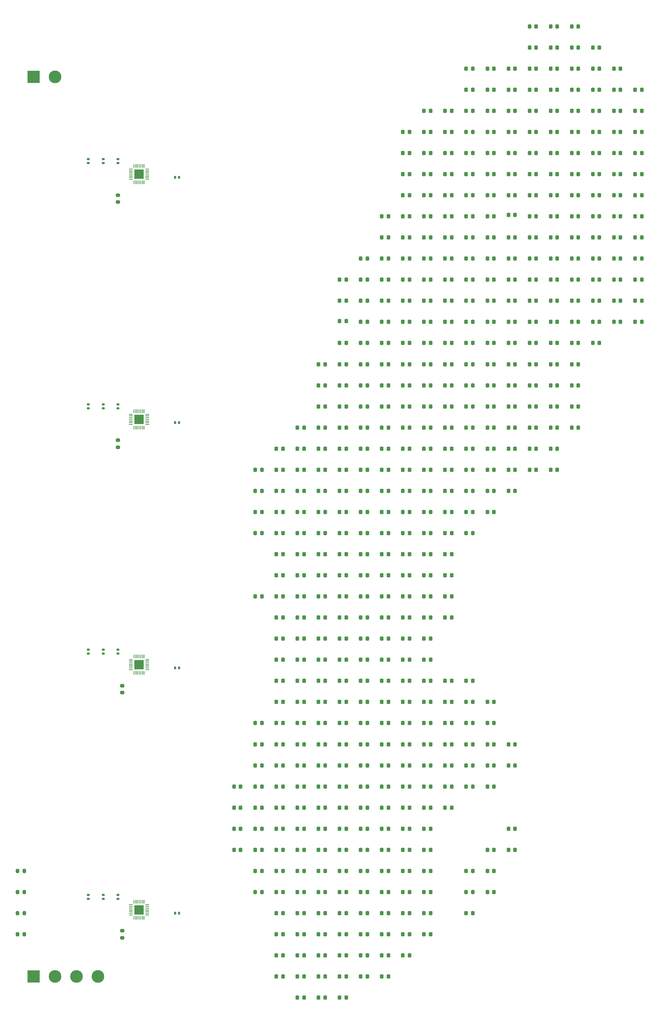
<source format=gts>
G04 #@! TF.GenerationSoftware,KiCad,Pcbnew,7.0.9*
G04 #@! TF.CreationDate,2025-01-02T12:42:29+01:00*
G04 #@! TF.ProjectId,lightning-map,6c696768-746e-4696-9e67-2d6d61702e6b,rev?*
G04 #@! TF.SameCoordinates,Original*
G04 #@! TF.FileFunction,Soldermask,Top*
G04 #@! TF.FilePolarity,Negative*
%FSLAX46Y46*%
G04 Gerber Fmt 4.6, Leading zero omitted, Abs format (unit mm)*
G04 Created by KiCad (PCBNEW 7.0.9) date 2025-01-02 12:42:29*
%MOMM*%
%LPD*%
G01*
G04 APERTURE LIST*
G04 Aperture macros list*
%AMRoundRect*
0 Rectangle with rounded corners*
0 $1 Rounding radius*
0 $2 $3 $4 $5 $6 $7 $8 $9 X,Y pos of 4 corners*
0 Add a 4 corners polygon primitive as box body*
4,1,4,$2,$3,$4,$5,$6,$7,$8,$9,$2,$3,0*
0 Add four circle primitives for the rounded corners*
1,1,$1+$1,$2,$3*
1,1,$1+$1,$4,$5*
1,1,$1+$1,$6,$7*
1,1,$1+$1,$8,$9*
0 Add four rect primitives between the rounded corners*
20,1,$1+$1,$2,$3,$4,$5,0*
20,1,$1+$1,$4,$5,$6,$7,0*
20,1,$1+$1,$6,$7,$8,$9,0*
20,1,$1+$1,$8,$9,$2,$3,0*%
G04 Aperture macros list end*
%ADD10RoundRect,0.218750X-0.218750X-0.256250X0.218750X-0.256250X0.218750X0.256250X-0.218750X0.256250X0*%
%ADD11RoundRect,0.140000X-0.140000X-0.170000X0.140000X-0.170000X0.140000X0.170000X-0.140000X0.170000X0*%
%ADD12R,3.000000X3.000000*%
%ADD13C,3.000000*%
%ADD14RoundRect,0.200000X-0.200000X-0.275000X0.200000X-0.275000X0.200000X0.275000X-0.200000X0.275000X0*%
%ADD15RoundRect,0.200000X0.275000X-0.200000X0.275000X0.200000X-0.275000X0.200000X-0.275000X-0.200000X0*%
%ADD16RoundRect,0.140000X-0.170000X0.140000X-0.170000X-0.140000X0.170000X-0.140000X0.170000X0.140000X0*%
%ADD17RoundRect,0.050000X-0.362500X-0.050000X0.362500X-0.050000X0.362500X0.050000X-0.362500X0.050000X0*%
%ADD18RoundRect,0.050000X-0.050000X-0.362500X0.050000X-0.362500X0.050000X0.362500X-0.050000X0.362500X0*%
%ADD19R,2.300000X2.300000*%
%ADD20RoundRect,0.200000X0.200000X0.275000X-0.200000X0.275000X-0.200000X-0.275000X0.200000X-0.275000X0*%
G04 APERTURE END LIST*
D10*
X337500000Y-145000000D03*
X339075000Y-145000000D03*
X312500000Y-175000000D03*
X314075000Y-175000000D03*
X287500000Y-255000000D03*
X289075000Y-255000000D03*
X307500000Y-155000000D03*
X309075000Y-155000000D03*
X362500000Y-140000000D03*
X364075000Y-140000000D03*
X317500000Y-130000000D03*
X319075000Y-130000000D03*
X332500000Y-300000000D03*
X334075000Y-300000000D03*
D11*
X258520000Y-246950000D03*
X259480000Y-246950000D03*
D10*
X302500000Y-285000000D03*
X304075000Y-285000000D03*
X297500000Y-155000000D03*
X299075000Y-155000000D03*
X307500000Y-265000000D03*
X309075000Y-265000000D03*
X322500000Y-265000000D03*
X324075000Y-265000000D03*
X322500000Y-130000000D03*
X324075000Y-130000000D03*
X297500000Y-280000000D03*
X299075000Y-280000000D03*
X292500000Y-290000000D03*
X294075000Y-290000000D03*
X282500000Y-285000000D03*
X284075000Y-285000000D03*
X332500000Y-205000000D03*
X334075000Y-205000000D03*
X297500000Y-250000000D03*
X299075000Y-250000000D03*
X292500000Y-305000000D03*
X294075000Y-305000000D03*
X337500000Y-290000000D03*
X339075000Y-290000000D03*
X307500000Y-300000000D03*
X309075000Y-300000000D03*
X332500000Y-130000000D03*
X334075000Y-130000000D03*
X347500000Y-135000000D03*
X349075000Y-135000000D03*
X347500000Y-180000000D03*
X349075000Y-180000000D03*
D12*
X225000000Y-107000000D03*
D13*
X230080000Y-107000000D03*
D10*
X287500000Y-285000000D03*
X289075000Y-285000000D03*
X337500000Y-190000000D03*
X339075000Y-190000000D03*
X342500000Y-95000000D03*
X344075000Y-95000000D03*
X322500000Y-155000000D03*
X324075000Y-155000000D03*
X287500000Y-265000000D03*
X289075000Y-265000000D03*
X327500000Y-275000000D03*
X329075000Y-275000000D03*
X302500000Y-165000000D03*
X304075000Y-165000000D03*
X302500000Y-205000000D03*
X304075000Y-205000000D03*
X347500000Y-185000000D03*
X349075000Y-185000000D03*
X342500000Y-150000000D03*
X344075000Y-150000000D03*
X297500000Y-215000000D03*
X299075000Y-215000000D03*
X332500000Y-270000000D03*
X334075000Y-270000000D03*
X282500000Y-220000000D03*
X284075000Y-220000000D03*
X347500000Y-155000000D03*
X349075000Y-155000000D03*
X312500000Y-185000000D03*
X314075000Y-185000000D03*
X347500000Y-140000000D03*
X349075000Y-140000000D03*
X287500000Y-310000000D03*
X289075000Y-310000000D03*
X312500000Y-270000000D03*
X314075000Y-270000000D03*
X292500000Y-230000000D03*
X294075000Y-230000000D03*
X337500000Y-265000000D03*
X339075000Y-265000000D03*
D14*
X221175000Y-305000000D03*
X222825000Y-305000000D03*
D10*
X367500000Y-115000000D03*
X369075000Y-115000000D03*
X272500000Y-285000000D03*
X274075000Y-285000000D03*
X292500000Y-285000000D03*
X294075000Y-285000000D03*
X327500000Y-300000000D03*
X329075000Y-300000000D03*
X342500000Y-110000000D03*
X344075000Y-110000000D03*
X287500000Y-240000000D03*
X289075000Y-240000000D03*
D11*
X258520000Y-188850000D03*
X259480000Y-188850000D03*
D10*
X327500000Y-205000000D03*
X329075000Y-205000000D03*
X307500000Y-180000000D03*
X309075000Y-180000000D03*
X282500000Y-305000000D03*
X284075000Y-305000000D03*
X312500000Y-255000000D03*
X314075000Y-255000000D03*
X302500000Y-280000000D03*
X304075000Y-280000000D03*
X347500000Y-115000000D03*
X349075000Y-115000000D03*
X317500000Y-280000000D03*
X319075000Y-280000000D03*
X357500000Y-145000000D03*
X359075000Y-145000000D03*
X317500000Y-290000000D03*
X319075000Y-290000000D03*
X292500000Y-325000000D03*
X294075000Y-325000000D03*
X357500000Y-135000000D03*
X359075000Y-135000000D03*
X317500000Y-305000000D03*
X319075000Y-305000000D03*
X322500000Y-200000000D03*
X324075000Y-200000000D03*
X302500000Y-195000000D03*
X304075000Y-195000000D03*
X312500000Y-245000000D03*
X314075000Y-245000000D03*
X287500000Y-195000000D03*
X289075000Y-195000000D03*
X292500000Y-215000000D03*
X294075000Y-215000000D03*
X342500000Y-130000000D03*
X344075000Y-130000000D03*
X307500000Y-305000000D03*
X309075000Y-305000000D03*
X347500000Y-160000000D03*
X349075000Y-160000000D03*
X317500000Y-235000000D03*
X319075000Y-235000000D03*
X337500000Y-139640000D03*
X339075000Y-139640000D03*
X297500000Y-300000000D03*
X299075000Y-300000000D03*
X367500000Y-160000000D03*
X369075000Y-160000000D03*
X292500000Y-240000000D03*
X294075000Y-240000000D03*
X327500000Y-210000000D03*
X329075000Y-210000000D03*
X322500000Y-170000000D03*
X324075000Y-170000000D03*
X307500000Y-210000000D03*
X309075000Y-210000000D03*
X317500000Y-265000000D03*
X319075000Y-265000000D03*
X282500000Y-250000000D03*
X284075000Y-250000000D03*
X287500000Y-280000000D03*
X289075000Y-280000000D03*
X337500000Y-180000000D03*
X339075000Y-180000000D03*
X307500000Y-160000000D03*
X309075000Y-160000000D03*
X337500000Y-175000000D03*
X339075000Y-175000000D03*
X322500000Y-160000000D03*
X324075000Y-160000000D03*
X347500000Y-170000000D03*
X349075000Y-170000000D03*
X322500000Y-175000000D03*
X324075000Y-175000000D03*
X277500000Y-285000000D03*
X279075000Y-285000000D03*
X307500000Y-215000000D03*
X309075000Y-215000000D03*
X307500000Y-235000000D03*
X309075000Y-235000000D03*
X277500000Y-260000000D03*
X279075000Y-260000000D03*
X312500000Y-295000000D03*
X314075000Y-295000000D03*
X322500000Y-255000000D03*
X324075000Y-255000000D03*
X307500000Y-230000000D03*
X309075000Y-230000000D03*
X362500000Y-130000000D03*
X364075000Y-130000000D03*
X317500000Y-170000000D03*
X319075000Y-170000000D03*
X302500000Y-150000000D03*
X304075000Y-150000000D03*
X352500000Y-125000000D03*
X354075000Y-125000000D03*
X332500000Y-165000000D03*
X334075000Y-165000000D03*
X332500000Y-210000000D03*
X334075000Y-210000000D03*
X312500000Y-260000000D03*
X314075000Y-260000000D03*
X297500000Y-315000000D03*
X299075000Y-315000000D03*
X292500000Y-265000000D03*
X294075000Y-265000000D03*
X282500000Y-310000000D03*
X284075000Y-310000000D03*
X332500000Y-120000000D03*
X334075000Y-120000000D03*
X357500000Y-105000000D03*
X359075000Y-105000000D03*
X332500000Y-190000000D03*
X334075000Y-190000000D03*
X292500000Y-235000000D03*
X294075000Y-235000000D03*
X307500000Y-275000000D03*
X309075000Y-275000000D03*
X307500000Y-225000000D03*
X309075000Y-225000000D03*
X352500000Y-160000000D03*
X354075000Y-160000000D03*
X347500000Y-145000000D03*
X349075000Y-145000000D03*
X302500000Y-300000000D03*
X304075000Y-300000000D03*
X307500000Y-140000000D03*
X309075000Y-140000000D03*
X362500000Y-105000000D03*
X364075000Y-105000000D03*
X312500000Y-290000000D03*
X314075000Y-290000000D03*
X327500000Y-140000000D03*
X329075000Y-140000000D03*
X287500000Y-295000000D03*
X289075000Y-295000000D03*
X357500000Y-140000000D03*
X359075000Y-140000000D03*
X342500000Y-190000000D03*
X344075000Y-190000000D03*
X312500000Y-170000000D03*
X314075000Y-170000000D03*
X307500000Y-260000000D03*
X309075000Y-260000000D03*
X282500000Y-280000000D03*
X284075000Y-280000000D03*
X297500000Y-225000000D03*
X299075000Y-225000000D03*
X302500000Y-305000000D03*
X304075000Y-305000000D03*
D15*
X246000000Y-310825000D03*
X246000000Y-309175000D03*
X245000000Y-194675000D03*
X245000000Y-193025000D03*
D10*
X342500000Y-155000000D03*
X344075000Y-155000000D03*
X317500000Y-145000000D03*
X319075000Y-145000000D03*
X322500000Y-260000000D03*
X324075000Y-260000000D03*
X347500000Y-130000000D03*
X349075000Y-130000000D03*
X317500000Y-175000000D03*
X319075000Y-175000000D03*
X317500000Y-180000000D03*
X319075000Y-180000000D03*
X317500000Y-205000000D03*
X319075000Y-205000000D03*
X317500000Y-120000000D03*
X319075000Y-120000000D03*
X342500000Y-180000000D03*
X344075000Y-180000000D03*
X277500000Y-265000000D03*
X279075000Y-265000000D03*
X307500000Y-250000000D03*
X309075000Y-250000000D03*
X362500000Y-155000000D03*
X364075000Y-155000000D03*
X342500000Y-105000000D03*
X344075000Y-105000000D03*
X312500000Y-280000000D03*
X314075000Y-280000000D03*
X312500000Y-235000000D03*
X314075000Y-235000000D03*
X327500000Y-145000000D03*
X329075000Y-145000000D03*
X352500000Y-175000000D03*
X354075000Y-175000000D03*
X357500000Y-110000000D03*
X359075000Y-110000000D03*
X277500000Y-200000000D03*
X279075000Y-200000000D03*
X317500000Y-150000000D03*
X319075000Y-150000000D03*
X347500000Y-190000000D03*
X349075000Y-190000000D03*
X322500000Y-205000000D03*
X324075000Y-205000000D03*
X312500000Y-145000000D03*
X314075000Y-145000000D03*
X292500000Y-210000000D03*
X294075000Y-210000000D03*
X322500000Y-120000000D03*
X324075000Y-120000000D03*
X307500000Y-240000000D03*
X309075000Y-240000000D03*
X327500000Y-185000000D03*
X329075000Y-185000000D03*
X302500000Y-225000000D03*
X304075000Y-225000000D03*
X327500000Y-260000000D03*
X329075000Y-260000000D03*
X287500000Y-320000000D03*
X289075000Y-320000000D03*
X282500000Y-265000000D03*
X284075000Y-265000000D03*
X302500000Y-315000000D03*
X304075000Y-315000000D03*
X337500000Y-160000000D03*
X339075000Y-160000000D03*
X312500000Y-165000000D03*
X314075000Y-165000000D03*
X282500000Y-205000000D03*
X284075000Y-205000000D03*
X332500000Y-260000000D03*
X334075000Y-260000000D03*
X332500000Y-110000000D03*
X334075000Y-110000000D03*
X322500000Y-275000000D03*
X324075000Y-275000000D03*
D16*
X241500000Y-300653334D03*
X241500000Y-301613334D03*
D10*
X297500000Y-310000000D03*
X299075000Y-310000000D03*
X352500000Y-100000000D03*
X354075000Y-100000000D03*
X302500000Y-160000000D03*
X304075000Y-160000000D03*
X297500000Y-235000000D03*
X299075000Y-235000000D03*
X317500000Y-240000000D03*
X319075000Y-240000000D03*
X282500000Y-270000000D03*
X284075000Y-270000000D03*
X312500000Y-215000000D03*
X314075000Y-215000000D03*
X307500000Y-270000000D03*
X309075000Y-270000000D03*
X307500000Y-245000000D03*
X309075000Y-245000000D03*
X322500000Y-115000000D03*
X324075000Y-115000000D03*
X322500000Y-215000000D03*
X324075000Y-215000000D03*
X337500000Y-110000000D03*
X339075000Y-110000000D03*
X292500000Y-250000000D03*
X294075000Y-250000000D03*
D15*
X246000000Y-252775000D03*
X246000000Y-251125000D03*
D10*
X322500000Y-180000000D03*
X324075000Y-180000000D03*
D16*
X238000000Y-126453334D03*
X238000000Y-127413334D03*
D10*
X292500000Y-180000000D03*
X294075000Y-180000000D03*
X327500000Y-150000000D03*
X329075000Y-150000000D03*
X312500000Y-130000000D03*
X314075000Y-130000000D03*
X297500000Y-325000000D03*
X299075000Y-325000000D03*
X297500000Y-175000000D03*
X299075000Y-175000000D03*
X327500000Y-130000000D03*
X329075000Y-130000000D03*
X332500000Y-125000000D03*
X334075000Y-125000000D03*
X327500000Y-265000000D03*
X329075000Y-265000000D03*
X327500000Y-270000000D03*
X329075000Y-270000000D03*
X347500000Y-110000000D03*
X349075000Y-110000000D03*
X352500000Y-140000000D03*
X354075000Y-140000000D03*
X347500000Y-100000000D03*
X349075000Y-100000000D03*
X282500000Y-245000000D03*
X284075000Y-245000000D03*
X352500000Y-170000000D03*
X354075000Y-170000000D03*
X322500000Y-210000000D03*
X324075000Y-210000000D03*
X357500000Y-165000000D03*
X359075000Y-165000000D03*
D11*
X258520000Y-130800000D03*
X259480000Y-130800000D03*
D10*
X287500000Y-300000000D03*
X289075000Y-300000000D03*
X307500000Y-255000000D03*
X309075000Y-255000000D03*
X342500000Y-200000000D03*
X344075000Y-200000000D03*
X272500000Y-290000000D03*
X274075000Y-290000000D03*
X317500000Y-245000000D03*
X319075000Y-245000000D03*
X282500000Y-320000000D03*
X284075000Y-320000000D03*
X322500000Y-165000000D03*
X324075000Y-165000000D03*
X302500000Y-175000000D03*
X304075000Y-175000000D03*
X282500000Y-200000000D03*
X284075000Y-200000000D03*
X367500000Y-110000000D03*
X369075000Y-110000000D03*
X292500000Y-175000000D03*
X294075000Y-175000000D03*
X287500000Y-230000000D03*
X289075000Y-230000000D03*
X297500000Y-270000000D03*
X299075000Y-270000000D03*
X357500000Y-130000000D03*
X359075000Y-130000000D03*
X362500000Y-150000000D03*
X364075000Y-150000000D03*
X332500000Y-105000000D03*
X334075000Y-105000000D03*
X327500000Y-200000000D03*
X329075000Y-200000000D03*
X302500000Y-270000000D03*
X304075000Y-270000000D03*
X317500000Y-300000000D03*
X319075000Y-300000000D03*
X282500000Y-290000000D03*
X284075000Y-290000000D03*
X362500000Y-115000000D03*
X364075000Y-115000000D03*
X327500000Y-180000000D03*
X329075000Y-180000000D03*
X332500000Y-275000000D03*
X334075000Y-275000000D03*
X327500000Y-165000000D03*
X329075000Y-165000000D03*
X337500000Y-130000000D03*
X339075000Y-130000000D03*
X292500000Y-245000000D03*
X294075000Y-245000000D03*
X297500000Y-285000000D03*
X299075000Y-285000000D03*
X297500000Y-164820000D03*
X299075000Y-164820000D03*
X327500000Y-175000000D03*
X329075000Y-175000000D03*
X332500000Y-200000000D03*
X334075000Y-200000000D03*
X312500000Y-150000000D03*
X314075000Y-150000000D03*
X317500000Y-135000000D03*
X319075000Y-135000000D03*
X312500000Y-135000000D03*
X314075000Y-135000000D03*
X342500000Y-120000000D03*
X344075000Y-120000000D03*
D11*
X258520000Y-305000000D03*
X259480000Y-305000000D03*
D10*
X332500000Y-160000000D03*
X334075000Y-160000000D03*
X277500000Y-280000000D03*
X279075000Y-280000000D03*
X292500000Y-255000000D03*
X294075000Y-255000000D03*
X347500000Y-175000000D03*
X349075000Y-175000000D03*
X367500000Y-155000000D03*
X369075000Y-155000000D03*
X342500000Y-170000000D03*
X344075000Y-170000000D03*
X282500000Y-260000000D03*
X284075000Y-260000000D03*
X302500000Y-240000000D03*
X304075000Y-240000000D03*
X332500000Y-175000000D03*
X334075000Y-175000000D03*
X317500000Y-250000000D03*
X319075000Y-250000000D03*
X292500000Y-270000000D03*
X294075000Y-270000000D03*
X302500000Y-260000000D03*
X304075000Y-260000000D03*
X327500000Y-190000000D03*
X329075000Y-190000000D03*
X337500000Y-135000000D03*
X339075000Y-135000000D03*
D16*
X245000000Y-300653334D03*
X245000000Y-301613334D03*
D10*
X337500000Y-165000000D03*
X339075000Y-165000000D03*
D17*
X248062500Y-128800000D03*
X248062500Y-129200000D03*
X248062500Y-129600000D03*
X248062500Y-130000000D03*
X248062500Y-130400000D03*
X248062500Y-130800000D03*
X248062500Y-131200000D03*
D18*
X248800000Y-131937500D03*
X249200000Y-131937500D03*
X249600000Y-131937500D03*
X250000000Y-131937500D03*
X250400000Y-131937500D03*
X250800000Y-131937500D03*
X251200000Y-131937500D03*
D17*
X251937500Y-131200000D03*
X251937500Y-130800000D03*
X251937500Y-130400000D03*
X251937500Y-130000000D03*
X251937500Y-129600000D03*
X251937500Y-129200000D03*
X251937500Y-128800000D03*
D18*
X251200000Y-128062500D03*
X250800000Y-128062500D03*
X250400000Y-128062500D03*
X250000000Y-128062500D03*
X249600000Y-128062500D03*
X249200000Y-128062500D03*
X248800000Y-128062500D03*
D19*
X250000000Y-130000000D03*
D10*
X287500000Y-200000000D03*
X289075000Y-200000000D03*
X322500000Y-145000000D03*
X324075000Y-145000000D03*
X312500000Y-210000000D03*
X314075000Y-210000000D03*
X312500000Y-310000000D03*
X314075000Y-310000000D03*
X332500000Y-290000000D03*
X334075000Y-290000000D03*
X302500000Y-310000000D03*
X304075000Y-310000000D03*
X292500000Y-260000000D03*
X294075000Y-260000000D03*
X292500000Y-275000000D03*
X294075000Y-275000000D03*
X337500000Y-200000000D03*
X339075000Y-200000000D03*
X287500000Y-220000000D03*
X289075000Y-220000000D03*
X337500000Y-185000000D03*
X339075000Y-185000000D03*
X287500000Y-270000000D03*
X289075000Y-270000000D03*
X277500000Y-210000000D03*
X279075000Y-210000000D03*
X322500000Y-230000000D03*
X324075000Y-230000000D03*
X317500000Y-260000000D03*
X319075000Y-260000000D03*
X362500000Y-135000000D03*
X364075000Y-135000000D03*
X367500000Y-165000000D03*
X369075000Y-165000000D03*
X317500000Y-155000000D03*
X319075000Y-155000000D03*
X352500000Y-145000000D03*
X354075000Y-145000000D03*
X297500000Y-230000000D03*
X299075000Y-230000000D03*
X292500000Y-300000000D03*
X294075000Y-300000000D03*
X292500000Y-220000000D03*
X294075000Y-220000000D03*
X337500000Y-170000000D03*
X339075000Y-170000000D03*
X297500000Y-255000000D03*
X299075000Y-255000000D03*
X332500000Y-115000000D03*
X334075000Y-115000000D03*
X317500000Y-270000000D03*
X319075000Y-270000000D03*
X292500000Y-280000000D03*
X294075000Y-280000000D03*
X327500000Y-215000000D03*
X329075000Y-215000000D03*
X352500000Y-190000000D03*
X354075000Y-190000000D03*
X327500000Y-250000000D03*
X329075000Y-250000000D03*
D14*
X221175000Y-310000000D03*
X222825000Y-310000000D03*
D10*
X282500000Y-300000000D03*
X284075000Y-300000000D03*
X357500000Y-155000000D03*
X359075000Y-155000000D03*
X342500000Y-140000000D03*
X344075000Y-140000000D03*
X307500000Y-290000000D03*
X309075000Y-290000000D03*
X287500000Y-215000000D03*
X289075000Y-215000000D03*
X352500000Y-150000000D03*
X354075000Y-150000000D03*
X307500000Y-295000000D03*
X309075000Y-295000000D03*
X297500000Y-200000000D03*
X299075000Y-200000000D03*
X312500000Y-140000000D03*
X314075000Y-140000000D03*
X322500000Y-235000000D03*
X324075000Y-235000000D03*
X322500000Y-250000000D03*
X324075000Y-250000000D03*
X337500000Y-155000000D03*
X339075000Y-155000000D03*
X292500000Y-195000000D03*
X294075000Y-195000000D03*
X297500000Y-265000000D03*
X299075000Y-265000000D03*
X367500000Y-135000000D03*
X369075000Y-135000000D03*
X297500000Y-160000000D03*
X299075000Y-160000000D03*
X307500000Y-150000000D03*
X309075000Y-150000000D03*
X292500000Y-315000000D03*
X294075000Y-315000000D03*
D16*
X241500000Y-242586666D03*
X241500000Y-243546666D03*
D15*
X245000000Y-136625000D03*
X245000000Y-134975000D03*
D10*
X302500000Y-235000000D03*
X304075000Y-235000000D03*
D14*
X221175000Y-300000000D03*
X222825000Y-300000000D03*
D16*
X245000000Y-126453334D03*
X245000000Y-127413334D03*
D10*
X317500000Y-285000000D03*
X319075000Y-285000000D03*
X362500000Y-110000000D03*
X364075000Y-110000000D03*
X352500000Y-185000000D03*
X354075000Y-185000000D03*
X307500000Y-170000000D03*
X309075000Y-170000000D03*
X342500000Y-100000000D03*
X344075000Y-100000000D03*
X312500000Y-180000000D03*
X314075000Y-180000000D03*
X332500000Y-150000000D03*
X334075000Y-150000000D03*
X302500000Y-275000000D03*
X304075000Y-275000000D03*
X297500000Y-205000000D03*
X299075000Y-205000000D03*
D16*
X238000000Y-242586666D03*
X238000000Y-243546666D03*
D10*
X312500000Y-120000000D03*
X314075000Y-120000000D03*
X302500000Y-295000000D03*
X304075000Y-295000000D03*
X317500000Y-255000000D03*
X319075000Y-255000000D03*
X357500000Y-100000000D03*
X359075000Y-100000000D03*
X322500000Y-150000000D03*
X324075000Y-150000000D03*
D16*
X241500000Y-126453334D03*
X241500000Y-127413334D03*
D10*
X337500000Y-115000000D03*
X339075000Y-115000000D03*
X342500000Y-195000000D03*
X344075000Y-195000000D03*
X357500000Y-150000000D03*
X359075000Y-150000000D03*
X287500000Y-225000000D03*
X289075000Y-225000000D03*
X307500000Y-200000000D03*
X309075000Y-200000000D03*
X312500000Y-195000000D03*
X314075000Y-195000000D03*
X367500000Y-120000000D03*
X369075000Y-120000000D03*
X367500000Y-130000000D03*
X369075000Y-130000000D03*
X292500000Y-200000000D03*
X294075000Y-200000000D03*
X307500000Y-220000000D03*
X309075000Y-220000000D03*
X302500000Y-170000000D03*
X304075000Y-170000000D03*
X322500000Y-220000000D03*
X324075000Y-220000000D03*
X302500000Y-265000000D03*
X304075000Y-265000000D03*
X337500000Y-270000000D03*
X339075000Y-270000000D03*
X357500000Y-115000000D03*
X359075000Y-115000000D03*
X367500000Y-150000000D03*
X369075000Y-150000000D03*
X272500000Y-280000000D03*
X274075000Y-280000000D03*
X277500000Y-300000000D03*
X279075000Y-300000000D03*
X307500000Y-175000000D03*
X309075000Y-175000000D03*
X307500000Y-310000000D03*
X309075000Y-310000000D03*
X357500000Y-170000000D03*
X359075000Y-170000000D03*
X312500000Y-230000000D03*
X314075000Y-230000000D03*
X292500000Y-185000000D03*
X294075000Y-185000000D03*
X342500000Y-145000000D03*
X344075000Y-145000000D03*
D12*
X225000000Y-320000000D03*
D13*
X230080000Y-320000000D03*
X235160000Y-320000000D03*
X240240000Y-320000000D03*
D10*
X337500000Y-150000000D03*
X339075000Y-150000000D03*
X337500000Y-120000000D03*
X339075000Y-120000000D03*
X292500000Y-190000000D03*
X294075000Y-190000000D03*
X287500000Y-290000000D03*
X289075000Y-290000000D03*
X302500000Y-155000000D03*
X304075000Y-155000000D03*
X287500000Y-275000000D03*
X289075000Y-275000000D03*
X287500000Y-325000000D03*
X289075000Y-325000000D03*
X297500000Y-275000000D03*
X299075000Y-275000000D03*
X317500000Y-230000000D03*
X319075000Y-230000000D03*
X367500000Y-125000000D03*
X369075000Y-125000000D03*
X322500000Y-135000000D03*
X324075000Y-135000000D03*
X352500000Y-110000000D03*
X354075000Y-110000000D03*
X312500000Y-240000000D03*
X314075000Y-240000000D03*
X317500000Y-190000000D03*
X319075000Y-190000000D03*
X282500000Y-215000000D03*
X284075000Y-215000000D03*
X352500000Y-135000000D03*
X354075000Y-135000000D03*
X277500000Y-230000000D03*
X279075000Y-230000000D03*
X292500000Y-320000000D03*
X294075000Y-320000000D03*
X317500000Y-220000000D03*
X319075000Y-220000000D03*
X272500000Y-275000000D03*
X274075000Y-275000000D03*
X327500000Y-120000000D03*
X329075000Y-120000000D03*
X282500000Y-235000000D03*
X284075000Y-235000000D03*
X312500000Y-220000000D03*
X314075000Y-220000000D03*
X297500000Y-320000000D03*
X299075000Y-320000000D03*
X297500000Y-295000000D03*
X299075000Y-295000000D03*
X327500000Y-255000000D03*
X329075000Y-255000000D03*
X312500000Y-155000000D03*
X314075000Y-155000000D03*
D16*
X245000000Y-184520000D03*
X245000000Y-185480000D03*
D10*
X297500000Y-190000000D03*
X299075000Y-190000000D03*
X282500000Y-240000000D03*
X284075000Y-240000000D03*
X302500000Y-290000000D03*
X304075000Y-290000000D03*
X302500000Y-255000000D03*
X304075000Y-255000000D03*
X312500000Y-125000000D03*
X314075000Y-125000000D03*
X297500000Y-185000000D03*
X299075000Y-185000000D03*
X307500000Y-205000000D03*
X309075000Y-205000000D03*
X302500000Y-250000000D03*
X304075000Y-250000000D03*
X302500000Y-180000000D03*
X304075000Y-180000000D03*
X362500000Y-160000000D03*
X364075000Y-160000000D03*
X332500000Y-135000000D03*
X334075000Y-135000000D03*
X302500000Y-210000000D03*
X304075000Y-210000000D03*
X327500000Y-115000000D03*
X329075000Y-115000000D03*
X342500000Y-125000000D03*
X344075000Y-125000000D03*
X287500000Y-235000000D03*
X289075000Y-235000000D03*
X287500000Y-315000000D03*
X289075000Y-315000000D03*
X322500000Y-140000000D03*
X324075000Y-140000000D03*
X332500000Y-180000000D03*
X334075000Y-180000000D03*
X317500000Y-275000000D03*
X319075000Y-275000000D03*
X282500000Y-255000000D03*
X284075000Y-255000000D03*
X362500000Y-145000000D03*
X364075000Y-145000000D03*
X277500000Y-270000000D03*
X279075000Y-270000000D03*
X282500000Y-210000000D03*
X284075000Y-210000000D03*
X307500000Y-165000000D03*
X309075000Y-165000000D03*
X307500000Y-185000000D03*
X309075000Y-185000000D03*
X287500000Y-190000000D03*
X289075000Y-190000000D03*
X292500000Y-205000000D03*
X294075000Y-205000000D03*
X302500000Y-190000000D03*
X304075000Y-190000000D03*
X332500000Y-140000000D03*
X334075000Y-140000000D03*
X317500000Y-215000000D03*
X319075000Y-215000000D03*
X347500000Y-150000000D03*
X349075000Y-150000000D03*
X347500000Y-200000000D03*
X349075000Y-200000000D03*
X322500000Y-270000000D03*
X324075000Y-270000000D03*
X317500000Y-210000000D03*
X319075000Y-210000000D03*
X327500000Y-125000000D03*
X329075000Y-125000000D03*
X362500000Y-125000000D03*
X364075000Y-125000000D03*
D17*
X248062500Y-303000000D03*
X248062500Y-303400000D03*
X248062500Y-303800000D03*
X248062500Y-304200000D03*
X248062500Y-304600000D03*
X248062500Y-305000000D03*
X248062500Y-305400000D03*
D18*
X248800000Y-306137500D03*
X249200000Y-306137500D03*
X249600000Y-306137500D03*
X250000000Y-306137500D03*
X250400000Y-306137500D03*
X250800000Y-306137500D03*
X251200000Y-306137500D03*
D17*
X251937500Y-305400000D03*
X251937500Y-305000000D03*
X251937500Y-304600000D03*
X251937500Y-304200000D03*
X251937500Y-303800000D03*
X251937500Y-303400000D03*
X251937500Y-303000000D03*
D18*
X251200000Y-302262500D03*
X250800000Y-302262500D03*
X250400000Y-302262500D03*
X250000000Y-302262500D03*
X249600000Y-302262500D03*
X249200000Y-302262500D03*
X248800000Y-302262500D03*
D19*
X250000000Y-304200000D03*
D17*
X248062500Y-186866666D03*
X248062500Y-187266666D03*
X248062500Y-187666666D03*
X248062500Y-188066666D03*
X248062500Y-188466666D03*
X248062500Y-188866666D03*
X248062500Y-189266666D03*
D18*
X248800000Y-190004166D03*
X249200000Y-190004166D03*
X249600000Y-190004166D03*
X250000000Y-190004166D03*
X250400000Y-190004166D03*
X250800000Y-190004166D03*
X251200000Y-190004166D03*
D17*
X251937500Y-189266666D03*
X251937500Y-188866666D03*
X251937500Y-188466666D03*
X251937500Y-188066666D03*
X251937500Y-187666666D03*
X251937500Y-187266666D03*
X251937500Y-186866666D03*
D18*
X251200000Y-186129166D03*
X250800000Y-186129166D03*
X250400000Y-186129166D03*
X250000000Y-186129166D03*
X249600000Y-186129166D03*
X249200000Y-186129166D03*
X248800000Y-186129166D03*
D19*
X250000000Y-188066666D03*
D10*
X332500000Y-185000000D03*
X334075000Y-185000000D03*
X317500000Y-140000000D03*
X319075000Y-140000000D03*
X302500000Y-200000000D03*
X304075000Y-200000000D03*
X337500000Y-125000000D03*
X339075000Y-125000000D03*
X317500000Y-160000000D03*
X319075000Y-160000000D03*
X292500000Y-295000000D03*
X294075000Y-295000000D03*
X347500000Y-165000000D03*
X349075000Y-165000000D03*
X342500000Y-115000000D03*
X344075000Y-115000000D03*
X362500000Y-165000000D03*
X364075000Y-165000000D03*
X332500000Y-170000000D03*
X334075000Y-170000000D03*
X357500000Y-160000000D03*
X359075000Y-160000000D03*
X297500000Y-290000000D03*
X299075000Y-290000000D03*
X327500000Y-110000000D03*
X329075000Y-110000000D03*
X347500000Y-95000000D03*
X349075000Y-95000000D03*
X292500000Y-225000000D03*
X294075000Y-225000000D03*
X282500000Y-315000000D03*
X284075000Y-315000000D03*
X347500000Y-125000000D03*
X349075000Y-125000000D03*
X307500000Y-320000000D03*
X309075000Y-320000000D03*
X312500000Y-160000000D03*
X314075000Y-160000000D03*
X312500000Y-285000000D03*
X314075000Y-285000000D03*
X312500000Y-205000000D03*
X314075000Y-205000000D03*
X302500000Y-220000000D03*
X304075000Y-220000000D03*
X357500000Y-125000000D03*
X359075000Y-125000000D03*
X312500000Y-265000000D03*
X314075000Y-265000000D03*
X332500000Y-195000000D03*
X334075000Y-195000000D03*
X317500000Y-165000000D03*
X319075000Y-165000000D03*
X337500000Y-205000000D03*
X339075000Y-205000000D03*
X312500000Y-190000000D03*
X314075000Y-190000000D03*
X367500000Y-145000000D03*
X369075000Y-145000000D03*
X312500000Y-200000000D03*
X314075000Y-200000000D03*
X307500000Y-195000000D03*
X309075000Y-195000000D03*
X302500000Y-230000000D03*
X304075000Y-230000000D03*
X352500000Y-120000000D03*
X354075000Y-120000000D03*
X332500000Y-155000000D03*
X334075000Y-155000000D03*
X317500000Y-310000000D03*
X319075000Y-310000000D03*
D16*
X238000000Y-184520000D03*
X238000000Y-185480000D03*
D10*
X327500000Y-135000000D03*
X329075000Y-135000000D03*
X357500000Y-120000000D03*
X359075000Y-120000000D03*
X307500000Y-280000000D03*
X309075000Y-280000000D03*
X322500000Y-195000000D03*
X324075000Y-195000000D03*
X327500000Y-105000000D03*
X329075000Y-105000000D03*
X347500000Y-105000000D03*
X349075000Y-105000000D03*
X282500000Y-275000000D03*
X284075000Y-275000000D03*
X312500000Y-300000000D03*
X314075000Y-300000000D03*
X312500000Y-225000000D03*
X314075000Y-225000000D03*
X307500000Y-315000000D03*
X309075000Y-315000000D03*
X282500000Y-295000000D03*
X284075000Y-295000000D03*
X307500000Y-285000000D03*
X309075000Y-285000000D03*
D17*
X248062500Y-244933332D03*
X248062500Y-245333332D03*
X248062500Y-245733332D03*
X248062500Y-246133332D03*
X248062500Y-246533332D03*
X248062500Y-246933332D03*
X248062500Y-247333332D03*
D18*
X248800000Y-248070832D03*
X249200000Y-248070832D03*
X249600000Y-248070832D03*
X250000000Y-248070832D03*
X250400000Y-248070832D03*
X250800000Y-248070832D03*
X251200000Y-248070832D03*
D17*
X251937500Y-247333332D03*
X251937500Y-246933332D03*
X251937500Y-246533332D03*
X251937500Y-246133332D03*
X251937500Y-245733332D03*
X251937500Y-245333332D03*
X251937500Y-244933332D03*
D18*
X251200000Y-244195832D03*
X250800000Y-244195832D03*
X250400000Y-244195832D03*
X250000000Y-244195832D03*
X249600000Y-244195832D03*
X249200000Y-244195832D03*
X248800000Y-244195832D03*
D19*
X250000000Y-246133332D03*
D10*
X327500000Y-155000000D03*
X329075000Y-155000000D03*
X287500000Y-245000000D03*
X289075000Y-245000000D03*
X367500000Y-140000000D03*
X369075000Y-140000000D03*
X317500000Y-295000000D03*
X319075000Y-295000000D03*
X297500000Y-210000000D03*
X299075000Y-210000000D03*
X292500000Y-310000000D03*
X294075000Y-310000000D03*
X302500000Y-215000000D03*
X304075000Y-215000000D03*
X302500000Y-320000000D03*
X304075000Y-320000000D03*
X342500000Y-185000000D03*
X344075000Y-185000000D03*
X297500000Y-195000000D03*
X299075000Y-195000000D03*
X277500000Y-290000000D03*
X279075000Y-290000000D03*
X327500000Y-295000000D03*
X329075000Y-295000000D03*
X297500000Y-170000000D03*
X299075000Y-170000000D03*
X332500000Y-255000000D03*
X334075000Y-255000000D03*
X352500000Y-165000000D03*
X354075000Y-165000000D03*
X312500000Y-275000000D03*
X314075000Y-275000000D03*
X322500000Y-225000000D03*
X324075000Y-225000000D03*
X322500000Y-190000000D03*
X324075000Y-190000000D03*
X337500000Y-285000000D03*
X339075000Y-285000000D03*
X317500000Y-195000000D03*
X319075000Y-195000000D03*
X322500000Y-125000000D03*
X324075000Y-125000000D03*
X342500000Y-175000000D03*
X344075000Y-175000000D03*
X297500000Y-240000000D03*
X299075000Y-240000000D03*
X287500000Y-260000000D03*
X289075000Y-260000000D03*
X342500000Y-165000000D03*
X344075000Y-165000000D03*
X317500000Y-225000000D03*
X319075000Y-225000000D03*
X322500000Y-280000000D03*
X324075000Y-280000000D03*
X342500000Y-160000000D03*
X344075000Y-160000000D03*
X327500000Y-305000000D03*
X329075000Y-305000000D03*
X332500000Y-145000000D03*
X334075000Y-145000000D03*
X277500000Y-275000000D03*
X279075000Y-275000000D03*
X347500000Y-195000000D03*
X349075000Y-195000000D03*
X322500000Y-185000000D03*
X324075000Y-185000000D03*
X352500000Y-155000000D03*
X354075000Y-155000000D03*
X317500000Y-200000000D03*
X319075000Y-200000000D03*
X297500000Y-180000000D03*
X299075000Y-180000000D03*
X297500000Y-245000000D03*
X299075000Y-245000000D03*
X347500000Y-120000000D03*
X349075000Y-120000000D03*
X297500000Y-305000000D03*
X299075000Y-305000000D03*
X317500000Y-125000000D03*
X319075000Y-125000000D03*
X327500000Y-195000000D03*
X329075000Y-195000000D03*
X362500000Y-120000000D03*
X364075000Y-120000000D03*
X282500000Y-230000000D03*
X284075000Y-230000000D03*
X337500000Y-195000000D03*
X339075000Y-195000000D03*
D16*
X245000000Y-242586666D03*
X245000000Y-243546666D03*
X238000000Y-300653334D03*
X238000000Y-301613334D03*
D10*
X277500000Y-215000000D03*
X279075000Y-215000000D03*
X352500000Y-115000000D03*
X354075000Y-115000000D03*
X297500000Y-220000000D03*
X299075000Y-220000000D03*
X287500000Y-205000000D03*
X289075000Y-205000000D03*
X317500000Y-185000000D03*
X319075000Y-185000000D03*
X312500000Y-305000000D03*
X314075000Y-305000000D03*
X282500000Y-225000000D03*
X284075000Y-225000000D03*
X317500000Y-115000000D03*
X319075000Y-115000000D03*
X337500000Y-105000000D03*
X339075000Y-105000000D03*
X287500000Y-305000000D03*
X289075000Y-305000000D03*
X352500000Y-95000000D03*
X354075000Y-95000000D03*
X277500000Y-205000000D03*
X279075000Y-205000000D03*
X327500000Y-160000000D03*
X329075000Y-160000000D03*
X287500000Y-250000000D03*
X289075000Y-250000000D03*
X307500000Y-145000000D03*
X309075000Y-145000000D03*
X282500000Y-195000000D03*
X284075000Y-195000000D03*
X352500000Y-180000000D03*
X354075000Y-180000000D03*
X287500000Y-210000000D03*
X289075000Y-210000000D03*
D16*
X241500000Y-184520000D03*
X241500000Y-185480000D03*
D10*
X352500000Y-105000000D03*
X354075000Y-105000000D03*
X352500000Y-130000000D03*
X354075000Y-130000000D03*
X302500000Y-245000000D03*
X304075000Y-245000000D03*
X277500000Y-295000000D03*
X279075000Y-295000000D03*
X312500000Y-250000000D03*
X314075000Y-250000000D03*
X327500000Y-170000000D03*
X329075000Y-170000000D03*
D20*
X222825000Y-295000000D03*
X221175000Y-295000000D03*
D10*
X332500000Y-265000000D03*
X334075000Y-265000000D03*
X297500000Y-260000000D03*
X299075000Y-260000000D03*
X307500000Y-190000000D03*
X309075000Y-190000000D03*
X312500000Y-315000000D03*
X314075000Y-315000000D03*
X332500000Y-295000000D03*
X334075000Y-295000000D03*
X302500000Y-185000000D03*
X304075000Y-185000000D03*
X342500000Y-135000000D03*
X344075000Y-135000000D03*
M02*

</source>
